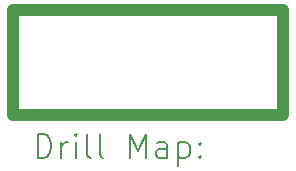
<source format=gbr>
%TF.GenerationSoftware,KiCad,Pcbnew,7.0.6*%
%TF.CreationDate,2023-10-13T18:19:32+03:00*%
%TF.ProjectId,colorimeter-photodiode,636f6c6f-7269-46d6-9574-65722d70686f,rev?*%
%TF.SameCoordinates,Original*%
%TF.FileFunction,Drillmap*%
%TF.FilePolarity,Positive*%
%FSLAX45Y45*%
G04 Gerber Fmt 4.5, Leading zero omitted, Abs format (unit mm)*
G04 Created by KiCad (PCBNEW 7.0.6) date 2023-10-13 18:19:32*
%MOMM*%
%LPD*%
G01*
G04 APERTURE LIST*
%ADD10C,1.000000*%
%ADD11C,0.200000*%
G04 APERTURE END LIST*
D10*
X8255000Y-7366000D02*
X10541000Y-7366000D01*
X10541000Y-8255000D01*
X8255000Y-8255000D01*
X8255000Y-7366000D01*
D11*
X8465777Y-8616484D02*
X8465777Y-8416484D01*
X8465777Y-8416484D02*
X8513396Y-8416484D01*
X8513396Y-8416484D02*
X8541967Y-8426008D01*
X8541967Y-8426008D02*
X8561015Y-8445055D01*
X8561015Y-8445055D02*
X8570539Y-8464103D01*
X8570539Y-8464103D02*
X8580063Y-8502198D01*
X8580063Y-8502198D02*
X8580063Y-8530770D01*
X8580063Y-8530770D02*
X8570539Y-8568865D01*
X8570539Y-8568865D02*
X8561015Y-8587912D01*
X8561015Y-8587912D02*
X8541967Y-8606960D01*
X8541967Y-8606960D02*
X8513396Y-8616484D01*
X8513396Y-8616484D02*
X8465777Y-8616484D01*
X8665777Y-8616484D02*
X8665777Y-8483150D01*
X8665777Y-8521246D02*
X8675301Y-8502198D01*
X8675301Y-8502198D02*
X8684824Y-8492674D01*
X8684824Y-8492674D02*
X8703872Y-8483150D01*
X8703872Y-8483150D02*
X8722920Y-8483150D01*
X8789586Y-8616484D02*
X8789586Y-8483150D01*
X8789586Y-8416484D02*
X8780063Y-8426008D01*
X8780063Y-8426008D02*
X8789586Y-8435531D01*
X8789586Y-8435531D02*
X8799110Y-8426008D01*
X8799110Y-8426008D02*
X8789586Y-8416484D01*
X8789586Y-8416484D02*
X8789586Y-8435531D01*
X8913396Y-8616484D02*
X8894348Y-8606960D01*
X8894348Y-8606960D02*
X8884824Y-8587912D01*
X8884824Y-8587912D02*
X8884824Y-8416484D01*
X9018158Y-8616484D02*
X8999110Y-8606960D01*
X8999110Y-8606960D02*
X8989586Y-8587912D01*
X8989586Y-8587912D02*
X8989586Y-8416484D01*
X9246729Y-8616484D02*
X9246729Y-8416484D01*
X9246729Y-8416484D02*
X9313396Y-8559341D01*
X9313396Y-8559341D02*
X9380063Y-8416484D01*
X9380063Y-8416484D02*
X9380063Y-8616484D01*
X9561015Y-8616484D02*
X9561015Y-8511722D01*
X9561015Y-8511722D02*
X9551491Y-8492674D01*
X9551491Y-8492674D02*
X9532444Y-8483150D01*
X9532444Y-8483150D02*
X9494348Y-8483150D01*
X9494348Y-8483150D02*
X9475301Y-8492674D01*
X9561015Y-8606960D02*
X9541967Y-8616484D01*
X9541967Y-8616484D02*
X9494348Y-8616484D01*
X9494348Y-8616484D02*
X9475301Y-8606960D01*
X9475301Y-8606960D02*
X9465777Y-8587912D01*
X9465777Y-8587912D02*
X9465777Y-8568865D01*
X9465777Y-8568865D02*
X9475301Y-8549817D01*
X9475301Y-8549817D02*
X9494348Y-8540293D01*
X9494348Y-8540293D02*
X9541967Y-8540293D01*
X9541967Y-8540293D02*
X9561015Y-8530770D01*
X9656253Y-8483150D02*
X9656253Y-8683150D01*
X9656253Y-8492674D02*
X9675301Y-8483150D01*
X9675301Y-8483150D02*
X9713396Y-8483150D01*
X9713396Y-8483150D02*
X9732444Y-8492674D01*
X9732444Y-8492674D02*
X9741967Y-8502198D01*
X9741967Y-8502198D02*
X9751491Y-8521246D01*
X9751491Y-8521246D02*
X9751491Y-8578389D01*
X9751491Y-8578389D02*
X9741967Y-8597436D01*
X9741967Y-8597436D02*
X9732444Y-8606960D01*
X9732444Y-8606960D02*
X9713396Y-8616484D01*
X9713396Y-8616484D02*
X9675301Y-8616484D01*
X9675301Y-8616484D02*
X9656253Y-8606960D01*
X9837205Y-8597436D02*
X9846729Y-8606960D01*
X9846729Y-8606960D02*
X9837205Y-8616484D01*
X9837205Y-8616484D02*
X9827682Y-8606960D01*
X9827682Y-8606960D02*
X9837205Y-8597436D01*
X9837205Y-8597436D02*
X9837205Y-8616484D01*
X9837205Y-8492674D02*
X9846729Y-8502198D01*
X9846729Y-8502198D02*
X9837205Y-8511722D01*
X9837205Y-8511722D02*
X9827682Y-8502198D01*
X9827682Y-8502198D02*
X9837205Y-8492674D01*
X9837205Y-8492674D02*
X9837205Y-8511722D01*
M02*

</source>
